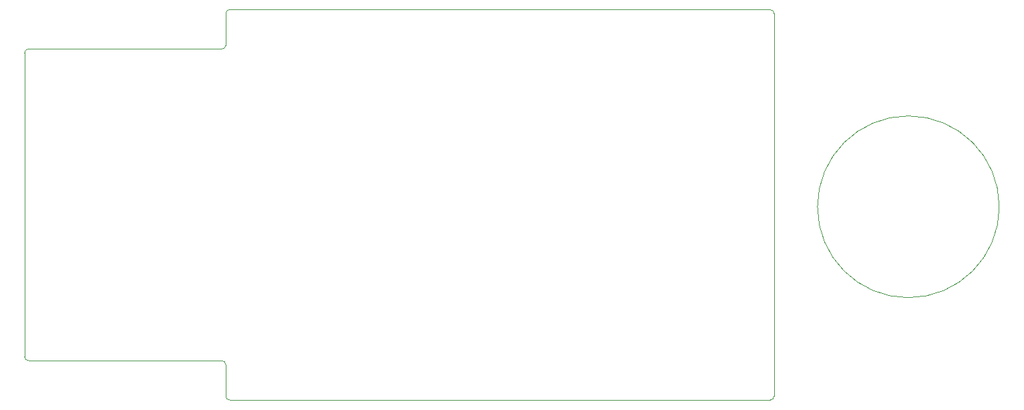
<source format=gbr>
%TF.GenerationSoftware,KiCad,Pcbnew,8.0.8*%
%TF.CreationDate,2025-02-09T16:50:48+02:00*%
%TF.ProjectId,gamma-spectrometer,67616d6d-612d-4737-9065-6374726f6d65,v0.0.4*%
%TF.SameCoordinates,Original*%
%TF.FileFunction,Profile,NP*%
%FSLAX46Y46*%
G04 Gerber Fmt 4.6, Leading zero omitted, Abs format (unit mm)*
G04 Created by KiCad (PCBNEW 8.0.8) date 2025-02-09 16:50:48*
%MOMM*%
%LPD*%
G01*
G04 APERTURE LIST*
%TA.AperFunction,Profile*%
%ADD10C,0.050000*%
%TD*%
G04 APERTURE END LIST*
D10*
X114000000Y-108750000D02*
G75*
G02*
X113500000Y-108250000I0J500000D01*
G01*
X183000000Y-108250000D02*
G75*
G02*
X182500000Y-108750000I-500000J0D01*
G01*
X113500000Y-59750000D02*
G75*
G02*
X114000000Y-59250000I500000J0D01*
G01*
X182500000Y-59250000D02*
G75*
G02*
X183000000Y-59750000I0J-500000D01*
G01*
X88500000Y-103750000D02*
G75*
G02*
X88000000Y-103250000I0J500000D01*
G01*
X113000000Y-103750000D02*
G75*
G02*
X113500000Y-104250000I0J-500000D01*
G01*
X113500000Y-63750000D02*
G75*
G02*
X113000000Y-64250000I-500000J0D01*
G01*
X88000000Y-64750000D02*
G75*
G02*
X88500000Y-64250000I500000J0D01*
G01*
X113500000Y-63750000D02*
X113500000Y-59750000D01*
X88000000Y-103250000D02*
X88000000Y-64750000D01*
X182500000Y-108750000D02*
X114000000Y-108750000D01*
X113500000Y-108250000D02*
X113500000Y-104250000D01*
X183000000Y-59750000D02*
X183000000Y-108250000D01*
X114000000Y-59250000D02*
X182500000Y-59250000D01*
X113000000Y-103750000D02*
X88500000Y-103750000D01*
X88500000Y-64250000D02*
X113000000Y-64250000D01*
X211546871Y-84246870D02*
G75*
G02*
X188503129Y-84246870I-11521871J0D01*
G01*
X188503129Y-84246870D02*
G75*
G02*
X211546871Y-84246870I11521871J0D01*
G01*
M02*

</source>
